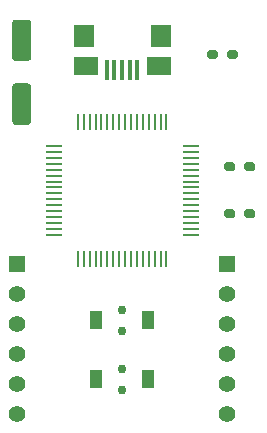
<source format=gts>
G04 #@! TF.GenerationSoftware,KiCad,Pcbnew,(5.1.10-1-10_14)*
G04 #@! TF.CreationDate,2021-12-01T23:12:48+09:00*
G04 #@! TF.ProjectId,DBG-ESP32,4442472d-4553-4503-9332-2e6b69636164,V1.0*
G04 #@! TF.SameCoordinates,Original*
G04 #@! TF.FileFunction,Soldermask,Top*
G04 #@! TF.FilePolarity,Negative*
%FSLAX46Y46*%
G04 Gerber Fmt 4.6, Leading zero omitted, Abs format (unit mm)*
G04 Created by KiCad (PCBNEW (5.1.10-1-10_14)) date 2021-12-01 23:12:48*
%MOMM*%
%LPD*%
G01*
G04 APERTURE LIST*
%ADD10R,0.300000X1.750000*%
%ADD11R,2.100000X1.600000*%
%ADD12R,1.800000X1.900000*%
%ADD13R,1.400000X1.400000*%
%ADD14C,1.400000*%
%ADD15R,0.150000X1.400000*%
%ADD16R,1.400000X0.150000*%
%ADD17C,0.750000*%
%ADD18R,1.000000X1.600000*%
G04 APERTURE END LIST*
D10*
X1300000Y15225000D03*
X650000Y15225000D03*
X0Y15225000D03*
X-650000Y15225000D03*
X-1300000Y15225000D03*
D11*
X3100000Y15550000D03*
X-3100000Y15550000D03*
D12*
X3250000Y18100000D03*
X-3250000Y18100000D03*
D13*
X8890000Y-1270000D03*
D14*
X8890000Y-3810000D03*
X8890000Y-6350000D03*
X8890000Y-8890000D03*
X8890000Y-11430000D03*
X8890000Y-13970000D03*
X-8890000Y-13970000D03*
X-8890000Y-11430000D03*
X-8890000Y-8890000D03*
X-8890000Y-6350000D03*
X-8890000Y-3810000D03*
D13*
X-8890000Y-1270000D03*
D15*
X3750000Y10800000D03*
X3250000Y10800000D03*
X2750000Y10800000D03*
X2250000Y10800000D03*
X1750000Y10800000D03*
X1250000Y10800000D03*
X750000Y10800000D03*
X250000Y10800000D03*
X-250000Y10800000D03*
X-750000Y10800000D03*
X-1250000Y10800000D03*
X-1750000Y10800000D03*
X-2250000Y10800000D03*
X-2750000Y10800000D03*
X-3250000Y10800000D03*
X-3750000Y10800000D03*
D16*
X-5800000Y8750000D03*
X-5800000Y8250000D03*
X-5800000Y7750000D03*
X-5800000Y7250000D03*
X-5800000Y6750000D03*
X-5800000Y6250000D03*
X-5800000Y5750000D03*
X-5800000Y5250000D03*
X-5800000Y4750000D03*
X-5800000Y4250000D03*
X-5800000Y3750000D03*
X-5800000Y3250000D03*
X-5800000Y2750000D03*
X-5800000Y2250000D03*
X-5800000Y1750000D03*
X-5800000Y1250000D03*
D15*
X-3750000Y-800000D03*
X-3250000Y-800000D03*
X-2750000Y-800000D03*
X-2250000Y-800000D03*
X-1750000Y-800000D03*
X-1250000Y-800000D03*
X-750000Y-800000D03*
X-250000Y-800000D03*
X250000Y-800000D03*
X750000Y-800000D03*
X1250000Y-800000D03*
X1750000Y-800000D03*
X2250000Y-800000D03*
X2750000Y-800000D03*
X3250000Y-800000D03*
X3750000Y-800000D03*
D16*
X5800000Y1250000D03*
X5800000Y1750000D03*
X5800000Y2250000D03*
X5800000Y2750000D03*
X5800000Y3250000D03*
X5800000Y3750000D03*
X5800000Y4250000D03*
X5800000Y4750000D03*
X5800000Y5250000D03*
X5800000Y5750000D03*
X5800000Y6250000D03*
X5800000Y6750000D03*
X5800000Y7250000D03*
X5800000Y7750000D03*
X5800000Y8250000D03*
X5800000Y8750000D03*
D17*
X0Y-11900000D03*
X0Y-10100000D03*
D18*
X-2200000Y-11000000D03*
X2200000Y-11000000D03*
D17*
X0Y-6900000D03*
X0Y-5100000D03*
D18*
X-2200000Y-6000000D03*
X2200000Y-6000000D03*
G36*
G01*
X10360000Y6810000D02*
X10360000Y7210000D01*
G75*
G02*
X10560000Y7410000I200000J0D01*
G01*
X11060000Y7410000D01*
G75*
G02*
X11260000Y7210000I0J-200000D01*
G01*
X11260000Y6810000D01*
G75*
G02*
X11060000Y6610000I-200000J0D01*
G01*
X10560000Y6610000D01*
G75*
G02*
X10360000Y6810000I0J200000D01*
G01*
G37*
G36*
G01*
X8660000Y6810000D02*
X8660000Y7210000D01*
G75*
G02*
X8860000Y7410000I200000J0D01*
G01*
X9360000Y7410000D01*
G75*
G02*
X9560000Y7210000I0J-200000D01*
G01*
X9560000Y6810000D01*
G75*
G02*
X9360000Y6610000I-200000J0D01*
G01*
X8860000Y6610000D01*
G75*
G02*
X8660000Y6810000I0J200000D01*
G01*
G37*
G36*
G01*
X10360000Y2820000D02*
X10360000Y3220000D01*
G75*
G02*
X10560000Y3420000I200000J0D01*
G01*
X11060000Y3420000D01*
G75*
G02*
X11260000Y3220000I0J-200000D01*
G01*
X11260000Y2820000D01*
G75*
G02*
X11060000Y2620000I-200000J0D01*
G01*
X10560000Y2620000D01*
G75*
G02*
X10360000Y2820000I0J200000D01*
G01*
G37*
G36*
G01*
X8660000Y2820000D02*
X8660000Y3220000D01*
G75*
G02*
X8860000Y3420000I200000J0D01*
G01*
X9360000Y3420000D01*
G75*
G02*
X9560000Y3220000I0J-200000D01*
G01*
X9560000Y2820000D01*
G75*
G02*
X9360000Y2620000I-200000J0D01*
G01*
X8860000Y2620000D01*
G75*
G02*
X8660000Y2820000I0J200000D01*
G01*
G37*
G36*
G01*
X8900000Y16300000D02*
X8900000Y16700000D01*
G75*
G02*
X9100000Y16900000I200000J0D01*
G01*
X9600000Y16900000D01*
G75*
G02*
X9800000Y16700000I0J-200000D01*
G01*
X9800000Y16300000D01*
G75*
G02*
X9600000Y16100000I-200000J0D01*
G01*
X9100000Y16100000D01*
G75*
G02*
X8900000Y16300000I0J200000D01*
G01*
G37*
G36*
G01*
X7200000Y16300000D02*
X7200000Y16700000D01*
G75*
G02*
X7400000Y16900000I200000J0D01*
G01*
X7900000Y16900000D01*
G75*
G02*
X8100000Y16700000I0J-200000D01*
G01*
X8100000Y16300000D01*
G75*
G02*
X7900000Y16100000I-200000J0D01*
G01*
X7400000Y16100000D01*
G75*
G02*
X7200000Y16300000I0J200000D01*
G01*
G37*
G36*
G01*
X-7950000Y15950000D02*
X-9050000Y15950000D01*
G75*
G02*
X-9300000Y16200000I0J250000D01*
G01*
X-9300000Y19200000D01*
G75*
G02*
X-9050000Y19450000I250000J0D01*
G01*
X-7950000Y19450000D01*
G75*
G02*
X-7700000Y19200000I0J-250000D01*
G01*
X-7700000Y16200000D01*
G75*
G02*
X-7950000Y15950000I-250000J0D01*
G01*
G37*
G36*
G01*
X-7950000Y10550000D02*
X-9050000Y10550000D01*
G75*
G02*
X-9300000Y10800000I0J250000D01*
G01*
X-9300000Y13800000D01*
G75*
G02*
X-9050000Y14050000I250000J0D01*
G01*
X-7950000Y14050000D01*
G75*
G02*
X-7700000Y13800000I0J-250000D01*
G01*
X-7700000Y10800000D01*
G75*
G02*
X-7950000Y10550000I-250000J0D01*
G01*
G37*
M02*

</source>
